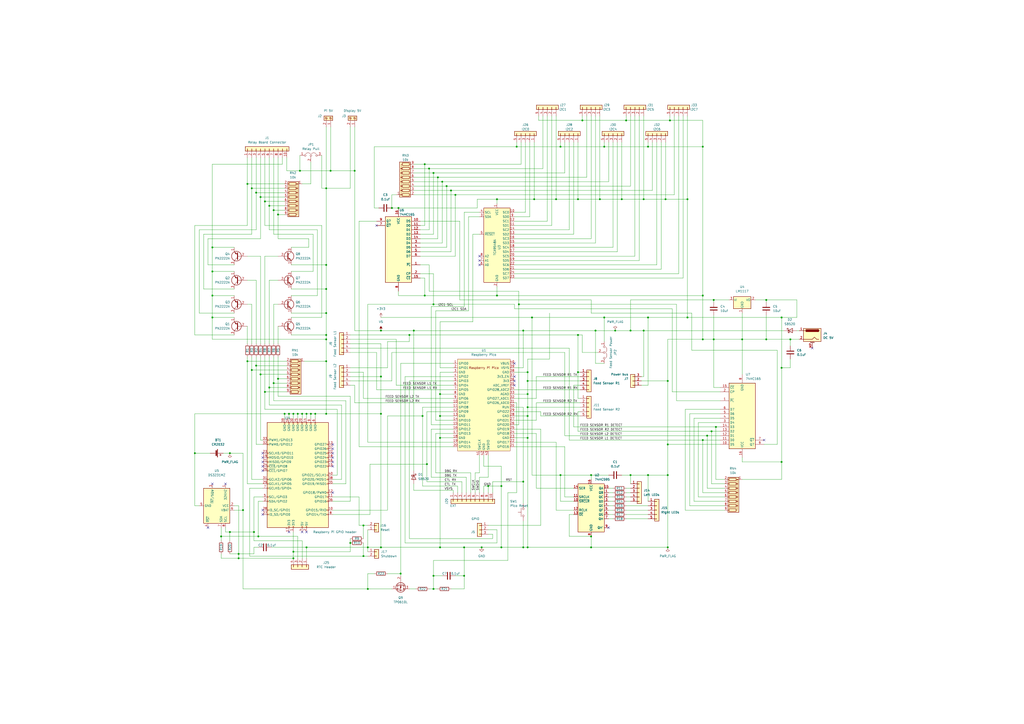
<source format=kicad_sch>
(kicad_sch (version 20211123) (generator eeschema)
  (paper "A2")
  (junction (at 240.03 191.77))
  (junction (at 415.29 247.65))
  (junction (at 246.38 171.45))
  (junction (at 245.11 241.3))
  (junction (at 153.67 227.33))
  (junction (at 251.46 334.01))
  (junction (at 386.08 115.57))
  (junction (at 306.07 254))
  (junction (at 255.27 317.5))
  (junction (at 156.21 119.38))
  (junction (at 175.26 240.03))
  (junction (at 430.53 196.85))
  (junction (at 205.74 99.06))
  (junction (at 146.05 214.63))
  (junction (at 156.21 224.79))
  (junction (at 387.35 257.81))
  (junction (at 458.47 196.85))
  (junction (at 158.75 121.92))
  (junction (at 138.43 323.85))
  (junction (at 177.8 317.5))
  (junction (at 151.13 114.3))
  (junction (at 306.07 228.6))
  (junction (at 251.46 176.53))
  (junction (at 375.92 85.09))
  (junction (at 149.86 311.15))
  (junction (at 387.35 317.5))
  (junction (at 180.34 240.03))
  (junction (at 453.39 184.15))
  (junction (at 189.23 181.61))
  (junction (at 407.67 85.09))
  (junction (at 256.54 105.41))
  (junction (at 227.33 120.65))
  (junction (at 373.38 191.77))
  (junction (at 128.27 311.15))
  (junction (at 375.92 184.15))
  (junction (at 308.61 184.15))
  (junction (at 251.46 341.63))
  (junction (at 453.39 267.97))
  (junction (at 299.72 85.09))
  (junction (at 306.07 241.3))
  (junction (at 365.76 275.59))
  (junction (at 237.49 194.31))
  (junction (at 182.88 240.03))
  (junction (at 138.43 321.31))
  (junction (at 407.67 255.27))
  (junction (at 255.27 228.6))
  (junction (at 342.9 275.59))
  (junction (at 342.9 311.15))
  (junction (at 167.64 240.03))
  (junction (at 325.12 85.09))
  (junction (at 335.28 115.57))
  (junction (at 203.2 314.96))
  (junction (at 170.18 240.03))
  (junction (at 407.67 171.45))
  (junction (at 148.59 111.76))
  (junction (at 220.98 317.5))
  (junction (at 189.23 209.55))
  (junction (at 290.83 317.5))
  (junction (at 158.75 222.25))
  (junction (at 279.4 317.5))
  (junction (at 363.22 69.85))
  (junction (at 373.38 115.57))
  (junction (at 255.27 241.3))
  (junction (at 191.77 99.06))
  (junction (at 375.92 275.59))
  (junction (at 345.44 191.77))
  (junction (at 407.67 196.85))
  (junction (at 335.28 194.31))
  (junction (at 269.24 334.01))
  (junction (at 335.28 215.9))
  (junction (at 113.03 262.89))
  (junction (at 151.13 217.17))
  (junction (at 177.8 240.03))
  (junction (at 387.35 275.59))
  (junction (at 306.07 236.22))
  (junction (at 161.29 124.46))
  (junction (at 303.53 191.77))
  (junction (at 173.99 99.06))
  (junction (at 220.98 191.77))
  (junction (at 172.72 240.03))
  (junction (at 189.23 240.03))
  (junction (at 140.97 295.91))
  (junction (at 342.9 317.5))
  (junction (at 213.36 341.63))
  (junction (at 210.82 322.58))
  (junction (at 350.52 85.09))
  (junction (at 220.98 218.44))
  (junction (at 309.88 115.57))
  (junction (at 410.21 252.73))
  (junction (at 148.59 212.09))
  (junction (at 322.58 115.57))
  (junction (at 170.18 320.04))
  (junction (at 248.92 97.79))
  (junction (at 161.29 219.71))
  (junction (at 444.5 173.99))
  (junction (at 290.83 281.94))
  (junction (at 283.21 281.94))
  (junction (at 133.35 308.61))
  (junction (at 146.05 109.22))
  (junction (at 189.23 194.31))
  (junction (at 133.35 262.89))
  (junction (at 444.5 196.85))
  (junction (at 325.12 275.59))
  (junction (at 147.32 308.61))
  (junction (at 337.82 69.85))
  (junction (at 143.51 209.55))
  (junction (at 123.19 184.15))
  (junction (at 246.38 95.25))
  (junction (at 288.29 171.45))
  (junction (at 300.99 176.53))
  (junction (at 210.82 304.8))
  (junction (at 220.98 240.03))
  (junction (at 365.76 191.77))
  (junction (at 387.35 220.98))
  (junction (at 350.52 184.15))
  (junction (at 453.39 213.36))
  (junction (at 414.02 196.85))
  (junction (at 306.07 220.98))
  (junction (at 398.78 115.57))
  (junction (at 398.78 184.15))
  (junction (at 123.19 171.45))
  (junction (at 251.46 100.33))
  (junction (at 303.53 317.5))
  (junction (at 247.65 269.24))
  (junction (at 269.24 317.5))
  (junction (at 264.16 113.03))
  (junction (at 170.18 323.85))
  (junction (at 303.53 279.4))
  (junction (at 189.23 109.22))
  (junction (at 360.68 115.57))
  (junction (at 123.19 143.51))
  (junction (at 189.23 167.64))
  (junction (at 189.23 196.85))
  (junction (at 412.75 250.19))
  (junction (at 189.23 153.67))
  (junction (at 123.19 157.48))
  (junction (at 232.41 332.74))
  (junction (at 254 102.87))
  (junction (at 165.1 240.03))
  (junction (at 261.62 110.49))
  (junction (at 143.51 106.68))
  (junction (at 414.02 173.99))
  (junction (at 153.67 116.84))
  (junction (at 213.36 317.5))
  (junction (at 288.29 115.57))
  (junction (at 306.07 215.9))
  (junction (at 388.62 69.85))
  (junction (at 231.14 120.65))
  (junction (at 259.08 107.95))
  (junction (at 347.98 115.57))
  (junction (at 306.07 317.5))
  (junction (at 255.27 254))
  (junction (at 356.87 191.77))
  (no_connect (at 443.23 255.27))
  (no_connect (at 152.4 270.51))
  (no_connect (at 193.04 285.75))
  (no_connect (at 152.4 262.89))
  (no_connect (at 177.8 308.61))
  (no_connect (at 471.17 201.93))
  (no_connect (at 152.4 265.43))
  (no_connect (at 278.13 153.67))
  (no_connect (at 278.13 148.59))
  (no_connect (at 278.13 151.13))
  (no_connect (at 152.4 295.91))
  (no_connect (at 152.4 298.45))
  (no_connect (at 298.45 220.98))
  (no_connect (at 120.65 306.07))
  (no_connect (at 130.81 280.67))
  (no_connect (at 123.19 280.67))
  (no_connect (at 193.04 257.81))
  (no_connect (at 193.04 270.51))
  (no_connect (at 193.04 267.97))
  (no_connect (at 193.04 265.43))
  (no_connect (at 193.04 260.35))
  (no_connect (at 193.04 262.89))
  (no_connect (at 152.4 267.97))
  (no_connect (at 167.64 308.61))
  (no_connect (at 218.44 130.81))
  (no_connect (at 298.45 223.52))
  (no_connect (at 298.45 218.44))
  (no_connect (at 298.45 210.82))
  (no_connect (at 175.26 308.61))
  (no_connect (at 152.4 273.05))
  (no_connect (at 353.06 306.07))
  (wire (pts (xy 133.35 262.89) (xy 140.97 262.89)))
  (wire (pts (xy 327.66 252.73) (xy 410.21 252.73)))
  (wire (pts (xy 251.46 334.01) (xy 251.46 341.63)))
  (wire (pts (xy 255.27 215.9) (xy 262.89 215.9)))
  (wire (pts (xy 306.07 220.98) (xy 306.07 228.6)))
  (wire (pts (xy 203.2 314.96) (xy 203.2 312.42)))
  (wire (pts (xy 203.2 215.9) (xy 210.82 215.9)))
  (wire (pts (xy 146.05 214.63) (xy 146.05 278.13)))
  (wire (pts (xy 189.23 240.03) (xy 182.88 240.03)))
  (wire (pts (xy 240.03 113.03) (xy 264.16 113.03)))
  (wire (pts (xy 193.04 295.91) (xy 224.79 295.91)))
  (wire (pts (xy 298.45 259.08) (xy 327.66 259.08)))
  (wire (pts (xy 259.08 107.95) (xy 365.76 107.95)))
  (wire (pts (xy 327.66 259.08) (xy 327.66 288.29)))
  (wire (pts (xy 210.82 322.58) (xy 213.36 322.58)))
  (wire (pts (xy 113.03 130.81) (xy 143.51 130.81)))
  (wire (pts (xy 247.65 238.76) (xy 247.65 269.24)))
  (wire (pts (xy 327.66 204.47) (xy 327.66 252.73)))
  (wire (pts (xy 342.9 275.59) (xy 342.9 278.13)))
  (wire (pts (xy 175.26 240.03) (xy 177.8 240.03)))
  (wire (pts (xy 218.44 204.47) (xy 218.44 226.06)))
  (wire (pts (xy 402.59 242.57) (xy 402.59 290.83)))
  (wire (pts (xy 237.49 194.31) (xy 237.49 198.12)))
  (wire (pts (xy 303.53 213.36) (xy 303.53 191.77)))
  (wire (pts (xy 149.86 290.83) (xy 149.86 311.15)))
  (wire (pts (xy 208.28 304.8) (xy 210.82 304.8)))
  (wire (pts (xy 115.57 181.61) (xy 115.57 133.35)))
  (wire (pts (xy 375.92 275.59) (xy 387.35 275.59)))
  (wire (pts (xy 412.75 250.19) (xy 412.75 280.67)))
  (wire (pts (xy 327.66 100.33) (xy 327.66 82.55)))
  (wire (pts (xy 294.64 285.75) (xy 294.64 325.12)))
  (wire (pts (xy 151.13 114.3) (xy 151.13 138.43)))
  (wire (pts (xy 337.82 69.85) (xy 312.42 69.85)))
  (wire (pts (xy 350.52 184.15) (xy 350.52 198.12)))
  (wire (pts (xy 251.46 334.01) (xy 256.54 334.01)))
  (wire (pts (xy 123.19 196.85) (xy 189.23 196.85)))
  (wire (pts (xy 133.35 308.61) (xy 133.35 313.69)))
  (wire (pts (xy 298.45 146.05) (xy 358.14 146.05)))
  (wire (pts (xy 400.05 293.37) (xy 400.05 240.03)))
  (wire (pts (xy 156.21 119.38) (xy 165.1 119.38)))
  (wire (pts (xy 143.51 106.68) (xy 143.51 130.81)))
  (wire (pts (xy 363.22 298.45) (xy 375.92 298.45)))
  (wire (pts (xy 275.59 274.32) (xy 278.13 274.32)))
  (wire (pts (xy 246.38 171.45) (xy 288.29 171.45)))
  (wire (pts (xy 156.21 133.35) (xy 184.15 133.35)))
  (wire (pts (xy 172.72 311.15) (xy 149.86 311.15)))
  (wire (pts (xy 381 153.67) (xy 381 82.55)))
  (wire (pts (xy 255.27 241.3) (xy 262.89 241.3)))
  (wire (pts (xy 363.22 290.83) (xy 365.76 290.83)))
  (wire (pts (xy 208.28 128.27) (xy 208.28 259.08)))
  (wire (pts (xy 193.04 275.59) (xy 195.58 275.59)))
  (wire (pts (xy 342.9 138.43) (xy 342.9 67.31)))
  (wire (pts (xy 220.98 199.39) (xy 220.98 218.44)))
  (wire (pts (xy 198.12 234.95) (xy 156.21 234.95)))
  (wire (pts (xy 298.45 151.13) (xy 370.84 151.13)))
  (wire (pts (xy 283.21 276.86) (xy 283.21 264.16)))
  (wire (pts (xy 148.59 111.76) (xy 165.1 111.76)))
  (wire (pts (xy 335.28 215.9) (xy 336.55 215.9)))
  (wire (pts (xy 189.23 240.03) (xy 220.98 240.03)))
  (wire (pts (xy 128.27 311.15) (xy 128.27 306.07)))
  (wire (pts (xy 151.13 207.01) (xy 151.13 217.17)))
  (wire (pts (xy 430.53 196.85) (xy 430.53 217.17)))
  (wire (pts (xy 255.27 228.6) (xy 255.27 241.3)))
  (wire (pts (xy 153.67 116.84) (xy 153.67 130.81)))
  (wire (pts (xy 146.05 176.53) (xy 146.05 199.39)))
  (wire (pts (xy 262.89 226.06) (xy 218.44 226.06)))
  (wire (pts (xy 152.4 288.29) (xy 147.32 288.29)))
  (wire (pts (xy 243.84 143.51) (xy 259.08 143.51)))
  (wire (pts (xy 205.74 191.77) (xy 220.98 191.77)))
  (wire (pts (xy 298.45 228.6) (xy 306.07 228.6)))
  (wire (pts (xy 161.29 219.71) (xy 166.37 219.71)))
  (wire (pts (xy 237.49 194.31) (xy 335.28 194.31)))
  (wire (pts (xy 123.19 95.25) (xy 123.19 143.51)))
  (wire (pts (xy 342.9 173.99) (xy 342.9 181.61)))
  (wire (pts (xy 256.54 105.41) (xy 353.06 105.41)))
  (wire (pts (xy 170.18 320.04) (xy 170.18 323.85)))
  (wire (pts (xy 248.92 341.63) (xy 251.46 341.63)))
  (wire (pts (xy 140.97 341.63) (xy 213.36 341.63)))
  (wire (pts (xy 133.35 321.31) (xy 138.43 321.31)))
  (wire (pts (xy 397.51 237.49) (xy 397.51 295.91)))
  (wire (pts (xy 337.82 194.31) (xy 335.28 194.31)))
  (wire (pts (xy 210.82 312.42) (xy 210.82 304.8)))
  (wire (pts (xy 213.36 332.74) (xy 213.36 341.63)))
  (wire (pts (xy 311.15 251.46) (xy 311.15 283.21)))
  (wire (pts (xy 335.28 215.9) (xy 335.28 231.14)))
  (wire (pts (xy 262.89 218.44) (xy 234.95 218.44)))
  (wire (pts (xy 214.63 269.24) (xy 247.65 269.24)))
  (wire (pts (xy 128.27 323.85) (xy 138.43 323.85)))
  (wire (pts (xy 313.69 241.3) (xy 336.55 241.3)))
  (wire (pts (xy 303.53 302.26) (xy 303.53 317.5)))
  (wire (pts (xy 151.13 114.3) (xy 165.1 114.3)))
  (wire (pts (xy 152.4 290.83) (xy 149.86 290.83)))
  (wire (pts (xy 240.03 97.79) (xy 248.92 97.79)))
  (wire (pts (xy 407.67 255.27) (xy 417.83 255.27)))
  (wire (pts (xy 363.22 69.85) (xy 337.82 69.85)))
  (wire (pts (xy 237.49 220.98) (xy 237.49 312.42)))
  (wire (pts (xy 250.19 177.8) (xy 269.24 177.8)))
  (wire (pts (xy 213.36 176.53) (xy 213.36 256.54)))
  (wire (pts (xy 458.47 213.36) (xy 453.39 213.36)))
  (wire (pts (xy 342.9 311.15) (xy 342.9 317.5)))
  (wire (pts (xy 322.58 256.54) (xy 322.58 295.91)))
  (wire (pts (xy 152.4 280.67) (xy 143.51 280.67)))
  (wire (pts (xy 189.23 109.22) (xy 203.2 109.22)))
  (wire (pts (xy 322.58 67.31) (xy 322.58 115.57)))
  (wire (pts (xy 274.32 186.69) (xy 274.32 135.89)))
  (wire (pts (xy 283.21 304.8) (xy 313.69 304.8)))
  (wire (pts (xy 173.99 99.06) (xy 191.77 99.06)))
  (wire (pts (xy 335.28 115.57) (xy 322.58 115.57)))
  (wire (pts (xy 264.16 113.03) (xy 391.16 113.03)))
  (wire (pts (xy 363.22 295.91) (xy 375.92 295.91)))
  (wire (pts (xy 356.87 191.77) (xy 365.76 191.77)))
  (wire (pts (xy 365.76 107.95) (xy 365.76 67.31)))
  (wire (pts (xy 143.51 106.68) (xy 165.1 106.68)))
  (wire (pts (xy 422.91 173.99) (xy 414.02 173.99)))
  (wire (pts (xy 193.04 288.29) (xy 208.28 288.29)))
  (wire (pts (xy 220.98 240.03) (xy 220.98 317.5)))
  (wire (pts (xy 243.84 158.75) (xy 251.46 158.75)))
  (wire (pts (xy 318.77 208.28) (xy 318.77 181.61)))
  (wire (pts (xy 335.28 238.76) (xy 335.28 250.19)))
  (wire (pts (xy 220.98 191.77) (xy 240.03 191.77)))
  (wire (pts (xy 213.36 176.53) (xy 251.46 176.53)))
  (wire (pts (xy 231.14 171.45) (xy 246.38 171.45)))
  (wire (pts (xy 270.51 276.86) (xy 270.51 285.75)))
  (wire (pts (xy 231.14 120.65) (xy 276.86 120.65)))
  (wire (pts (xy 234.95 218.44) (xy 234.95 314.96)))
  (wire (pts (xy 288.29 307.34) (xy 283.21 307.34)))
  (wire (pts (xy 243.84 148.59) (xy 264.16 148.59)))
  (wire (pts (xy 157.48 317.5) (xy 177.8 317.5)))
  (wire (pts (xy 453.39 184.15) (xy 462.28 184.15)))
  (wire (pts (xy 311.15 233.68) (xy 311.15 243.84)))
  (wire (pts (xy 370.84 151.13) (xy 370.84 67.31)))
  (wire (pts (xy 298.45 246.38) (xy 300.99 246.38)))
  (wire (pts (xy 172.72 240.03) (xy 175.26 240.03)))
  (wire (pts (xy 273.05 274.32) (xy 273.05 285.75)))
  (wire (pts (xy 444.5 196.85) (xy 458.47 196.85)))
  (wire (pts (xy 220.98 218.44) (xy 220.98 240.03)))
  (wire (pts (xy 325.12 290.83) (xy 325.12 275.59)))
  (wire (pts (xy 322.58 115.57) (xy 309.88 115.57)))
  (wire (pts (xy 203.2 204.47) (xy 218.44 204.47)))
  (wire (pts (xy 306.07 236.22) (xy 336.55 236.22)))
  (wire (pts (xy 161.29 138.43) (xy 179.07 138.43)))
  (wire (pts (xy 147.32 288.29) (xy 147.32 308.61)))
  (wire (pts (xy 298.45 128.27) (xy 317.5 128.27)))
  (wire (pts (xy 353.06 105.41) (xy 353.06 82.55)))
  (wire (pts (xy 210.82 322.58) (xy 144.78 322.58)))
  (wire (pts (xy 153.67 207.01) (xy 153.67 227.33)))
  (wire (pts (xy 322.58 295.91) (xy 332.74 295.91)))
  (wire (pts (xy 251.46 325.12) (xy 251.46 334.01)))
  (wire (pts (xy 152.4 278.13) (xy 146.05 278.13)))
  (wire (pts (xy 123.19 184.15) (xy 123.19 196.85)))
  (wire (pts (xy 243.84 161.29) (xy 246.38 161.29)))
  (wire (pts (xy 278.13 285.75) (xy 278.13 276.86)))
  (wire (pts (xy 298.45 241.3) (xy 306.07 241.3)))
  (wire (pts (xy 375.92 223.52) (xy 372.11 223.52)))
  (wire (pts (xy 332.74 135.89) (xy 332.74 82.55)))
  (wire (pts (xy 210.82 304.8) (xy 213.36 304.8)))
  (wire (pts (xy 168.91 184.15) (xy 186.69 184.15)))
  (wire (pts (xy 306.07 254) (xy 306.07 317.5)))
  (wire (pts (xy 123.19 143.51) (xy 123.19 157.48)))
  (wire (pts (xy 123.19 143.51) (xy 135.89 143.51)))
  (wire (pts (xy 243.84 135.89) (xy 251.46 135.89)))
  (wire (pts (xy 203.2 320.04) (xy 203.2 314.96)))
  (wire (pts (xy 388.62 69.85) (xy 363.22 69.85)))
  (wire (pts (xy 168.91 194.31) (xy 189.23 194.31)))
  (wire (pts (xy 210.82 314.96) (xy 210.82 322.58)))
  (wire (pts (xy 375.92 184.15) (xy 398.78 184.15)))
  (wire (pts (xy 205.74 99.06) (xy 205.74 191.77)))
  (wire (pts (xy 375.92 82.55) (xy 375.92 85.09)))
  (wire (pts (xy 135.89 293.37) (xy 138.43 293.37)))
  (wire (pts (xy 299.72 85.09) (xy 325.12 85.09)))
  (wire (pts (xy 314.96 97.79) (xy 314.96 67.31)))
  (wire (pts (xy 332.74 223.52) (xy 332.74 247.65)))
  (wire (pts (xy 298.45 236.22) (xy 303.53 236.22)))
  (wire (pts (xy 191.77 73.66) (xy 191.77 99.06)))
  (wire (pts (xy 299.72 82.55) (xy 299.72 85.09)))
  (wire (pts (xy 358.14 146.05) (xy 358.14 82.55)))
  (wire (pts (xy 248.92 97.79) (xy 314.96 97.79)))
  (wire (pts (xy 251.46 158.75) (xy 251.46 176.53)))
  (wire (pts (xy 387.35 257.81) (xy 387.35 275.59)))
  (wire (pts (xy 203.2 290.83) (xy 203.2 229.87)))
  (wire (pts (xy 189.23 73.66) (xy 189.23 109.22)))
  (wire (pts (xy 285.75 279.4) (xy 303.53 279.4)))
  (wire (pts (xy 158.75 135.89) (xy 181.61 135.89)))
  (wire (pts (xy 412.75 250.19) (xy 417.83 250.19)))
  (wire (pts (xy 347.98 67.31) (xy 347.98 115.57)))
  (wire (pts (xy 143.51 91.44) (xy 143.51 106.68)))
  (wire (pts (xy 147.32 313.69) (xy 175.26 313.69)))
  (wire (pts (xy 153.67 130.81) (xy 186.69 130.81)))
  (wire (pts (xy 193.04 280.67) (xy 200.66 280.67)))
  (wire (pts (xy 208.28 288.29) (xy 208.28 304.8)))
  (wire (pts (xy 313.69 304.8) (xy 313.69 248.92)))
  (wire (pts (xy 276.86 115.57) (xy 288.29 115.57)))
  (wire (pts (xy 266.7 128.27) (xy 266.7 173.99)))
  (wire (pts (xy 288.29 171.45) (xy 407.67 171.45)))
  (wire (pts (xy 306.07 215.9) (xy 306.07 220.98)))
  (wire (pts (xy 280.67 281.94) (xy 280.67 285.75)))
  (wire (pts (xy 175.26 240.03) (xy 175.26 242.57)))
  (wire (pts (xy 240.03 95.25) (xy 246.38 95.25)))
  (wire (pts (xy 300.99 168.91) (xy 300.99 176.53)))
  (wire (pts (xy 149.86 317.5) (xy 147.32 317.5)))
  (wire (pts (xy 278.13 264.16) (xy 278.13 274.32)))
  (wire (pts (xy 146.05 214.63) (xy 166.37 214.63)))
  (wire (pts (xy 269.24 334.01) (xy 269.24 341.63)))
  (wire (pts (xy 269.24 123.19) (xy 278.13 123.19)))
  (wire (pts (xy 156.21 224.79) (xy 156.21 234.95)))
  (wire (pts (xy 251.46 100.33) (xy 251.46 135.89)))
  (wire (pts (xy 350.52 85.09) (xy 375.92 85.09)))
  (wire (pts (xy 251.46 100.33) (xy 327.66 100.33)))
  (wire (pts (xy 146.05 207.01) (xy 146.05 214.63)))
  (wire (pts (xy 143.51 209.55) (xy 143.51 280.67)))
  (wire (pts (xy 255.27 254) (xy 255.27 317.5)))
  (wire (pts (xy 300.99 176.53) (xy 300.99 246.38)))
  (wire (pts (xy 298.45 135.89) (xy 332.74 135.89)))
  (wire (pts (xy 231.14 168.91) (xy 231.14 171.45)))
  (wire (pts (xy 450.85 203.2) (xy 450.85 257.81)))
  (wire (pts (xy 430.53 181.61) (xy 430.53 196.85)))
  (wire (pts (xy 252.73 180.34) (xy 252.73 243.84)))
  (wire (pts (xy 303.53 191.77) (xy 345.44 191.77)))
  (wire (pts (xy 438.15 173.99) (xy 444.5 173.99)))
  (wire (pts (xy 254 102.87) (xy 340.36 102.87)))
  (wire (pts (xy 298.45 140.97) (xy 345.44 140.97)))
  (wire (pts (xy 271.78 125.73) (xy 271.78 180.34)))
  (wire (pts (xy 306.07 236.22) (xy 306.07 241.3)))
  (wire (pts (xy 280.67 270.51) (xy 280.67 264.16)))
  (wire (pts (xy 251.46 325.12) (xy 294.64 325.12)))
  (wire (pts (xy 213.36 256.54) (xy 262.89 256.54)))
  (wire (pts (xy 130.81 308.61) (xy 133.35 308.61)))
  (wire (pts (xy 180.34 240.03) (xy 180.34 242.57)))
  (wire (pts (xy 267.97 279.4) (xy 267.97 285.75)))
  (wire (pts (xy 246.38 130.81) (xy 246.38 95.25)))
  (wire (pts (xy 177.8 317.5) (xy 213.36 317.5)))
  (wire (pts (xy 372.11 220.98) (xy 387.35 220.98)))
  (wire (pts (xy 398.78 115.57) (xy 386.08 115.57)))
  (wire (pts (xy 306.07 208.28) (xy 318.77 208.28)))
  (wire (pts (xy 330.2 298.45) (xy 330.2 311.15)))
  (wire (pts (xy 148.59 111.76) (xy 148.59 133.35)))
  (wire (pts (xy 298.45 158.75) (xy 393.7 158.75)))
  (wire (pts (xy 227.33 113.03) (xy 227.33 120.65)))
  (wire (pts (xy 243.84 133.35) (xy 248.92 133.35)))
  (wire (pts (xy 311.15 283.21) (xy 332.74 283.21)))
  (wire (pts (xy 255.27 215.9) (xy 255.27 228.6)))
  (wire (pts (xy 229.87 196.85) (xy 229.87 223.52)))
  (wire (pts (xy 205.74 73.66) (xy 205.74 99.06)))
  (wire (pts (xy 311.15 218.44) (xy 311.15 231.14)))
  (wire (pts (xy 170.18 240.03) (xy 172.72 240.03)))
  (wire (pts (xy 205.74 223.52) (xy 203.2 223.52)))
  (wire (pts (xy 407.67 255.27) (xy 407.67 285.75)))
  (wire (pts (xy 365.76 275.59) (xy 375.92 275.59)))
  (wire (pts (xy 363.22 300.99) (xy 375.92 300.99)))
  (wire (pts (xy 113.03 240.03) (xy 165.1 240.03)))
  (wire (pts (xy 342.9 275.59) (xy 353.06 275.59)))
  (wire (pts (xy 189.23 153.67) (xy 189.23 167.64)))
  (wire (pts (xy 252.73 180.34) (xy 271.78 180.34)))
  (wire (pts (xy 252.73 274.32) (xy 273.05 274.32)))
  (wire (pts (xy 312.42 69.85) (xy 312.42 67.31)))
  (wire (pts (xy 146.05 109.22) (xy 146.05 135.89)))
  (wire (pts (xy 458.47 196.85) (xy 463.55 196.85)))
  (wire (pts (xy 302.26 95.25) (xy 302.26 82.55)))
  (wire (pts (xy 430.53 278.13) (xy 453.39 278.13)))
  (wire (pts (xy 195.58 275.59) (xy 195.58 237.49)))
  (wire (pts (xy 269.24 317.5) (xy 269.24 334.01)))
  (wire (pts (xy 146.05 91.44) (xy 146.05 109.22)))
  (wire (pts (xy 217.17 332.74) (xy 213.36 332.74)))
  (wire (pts (xy 163.83 91.44) (xy 163.83 95.25)))
  (wire (pts (xy 386.08 115.57) (xy 373.38 115.57)))
  (wire (pts (xy 430.53 265.43) (xy 430.53 267.97)))
  (wire (pts (xy 430.53 267.97) (xy 453.39 267.97)))
  (wire (pts (xy 298.45 226.06) (xy 336.55 226.06)))
  (wire (pts (xy 298.45 133.35) (xy 330.2 133.35)))
  (wire (pts (xy 298.45 254) (xy 306.07 254)))
  (wire (pts (xy 123.19 184.15) (xy 135.89 184.15)))
  (wire (pts (xy 158.75 176.53) (xy 158.75 199.39)))
  (wire (pts (xy 177.8 317.5) (xy 177.8 323.85)))
  (wire (pts (xy 278.13 276.86) (xy 283.21 276.86)))
  (wire (pts (xy 458.47 196.85) (xy 458.47 200.66)))
  (wire (pts (xy 373.38 191.77) (xy 454.66 191.77)))
  (wire (pts (xy 213.36 317.5) (xy 213.36 320.04)))
  (wire (pts (xy 407.67 69.85) (xy 407.67 85.09)))
  (wire (pts (xy 303.53 236.22) (xy 303.53 279.4)))
  (wire (pts (xy 115.57 181.61) (xy 135.89 181.61)))
  (wire (pts (xy 240.03 107.95) (xy 259.08 107.95)))
  (wire (pts (xy 140.97 295.91) (xy 135.89 295.91)))
  (wire (pts (xy 245.11 241.3) (xy 245.11 281.94)))
  (wire (pts (xy 172.72 240.03) (xy 172.72 242.57)))
  (wire (pts (xy 254 102.87) (xy 254 138.43)))
  (wire (pts (xy 224.79 213.36) (xy 224.79 198.12)))
  (wire (pts (xy 410.21 252.73) (xy 410.21 283.21)))
  (wire (pts (xy 144.78 283.21) (xy 152.4 283.21)))
  (wire (pts (xy 251.46 176.53) (xy 298.45 176.53)))
  (wire (pts (xy 189.23 109.22) (xy 189.23 153.67)))
  (wire (pts (xy 147.32 308.61) (xy 147.32 313.69)))
  (wire (pts (xy 261.62 110.49) (xy 378.46 110.49)))
  (wire (pts (xy 444.5 173.99) (xy 462.28 173.99)))
  (wire (pts (xy 240.03 105.41) (xy 256.54 105.41)))
  (wire (pts (xy 262.89 210.82) (xy 232.41 210.82)))
  (wire (pts (xy 243.84 153.67) (xy 248.92 153.67)))
  (wire (pts (xy 458.47 208.28) (xy 458.47 213.36)))
  (wire (pts (xy 298.45 215.9) (xy 306.07 215.9)))
  (wire (pts (xy 146.05 109.22) (xy 165.1 109.22)))
  (wire (pts (xy 402.59 290.83) (xy 420.37 290.83)))
  (wire (pts (xy 118.11 135.89) (xy 146.05 135.89)))
  (wire (pts (xy 255.27 254) (xy 262.89 254)))
  (wire (pts (xy 363.22 293.37) (xy 375.92 293.37)))
  (wire (pts (xy 161.29 219.71) (xy 161.29 229.87)))
  (wire (pts (xy 224.79 241.3) (xy 224.79 295.91)))
  (wire (pts (xy 243.84 138.43) (xy 254 138.43)))
  (wire (pts (xy 398.78 115.57) (xy 398.78 184.15)))
  (wire (pts (xy 262.89 284.48) (xy 262.89 285.75)))
  (wire (pts (xy 250.19 248.92) (xy 262.89 248.92)))
  (wire (pts (xy 405.13 288.29) (xy 420.37 288.29)))
  (wire (pts (xy 227.33 204.47) (xy 227.33 220.98)))
  (wire (pts (xy 158.75 91.44) (xy 158.75 121.92)))
  (wire (pts (xy 120.65 153.67) (xy 120.65 138.43)))
  (wire (pts (xy 350.52 210.82) (xy 345.44 210.82)))
  (wire (pts (xy 245.11 236.22) (xy 245.11 241.3)))
  (wire (pts (xy 375.92 184.15) (xy 375.92 223.52)))
  (wire (pts (xy 267.97 279.4) (xy 247.65 279.4)))
  (wire (pts (xy 444.5 173.99) (xy 444.5 175.26)))
  (wire (pts (xy 224.79 198.12) (xy 237.49 198.12)))
  (wire (pts (xy 168.91 143.51) (xy 179.07 143.51)))
  (wire (pts (xy 365.76 173.99) (xy 365.76 191.77)))
  (wire (pts (xy 166.37 99.06) (xy 173.99 99.06)))
  (wire (pts (xy 299.72 285.75) (xy 294.64 285.75)))
  (wire (pts (xy 303.53 317.5) (xy 306.07 317.5)))
  (wire (pts (xy 168.91 157.48) (xy 181.61 157.48)))
  (wire (pts (xy 325.12 85.09) (xy 350.52 85.09)))
  (wire (pts (xy 387.35 196.85) (xy 407.67 196.85)))
  (wire (pts (xy 256.54 105.41) (xy 256.54 140.97)))
  (wire (pts (xy 298.45 176.53) (xy 298.45 179.07)))
  (wire (pts (xy 414.02 196.85) (xy 414.02 224.79)))
  (wire (pts (xy 203.2 73.66) (xy 203.2 109.22)))
  (wire (pts (xy 313.69 238.76) (xy 313.69 241.3)))
  (wire (pts (xy 243.84 128.27) (xy 266.7 128.27)))
  (wire (pts (xy 168.91 171.45) (xy 184.15 171.45)))
  (wire (pts (xy 252.73 274.32) (xy 252.73 251.46)))
  (wire (pts (xy 365.76 275.59) (xy 365.76 280.67)))
  (wire (pts (xy 153.67 148.59) (xy 153.67 199.39)))
  (wire (pts (xy 353.06 295.91) (xy 355.6 295.91)))
  (wire (pts (xy 189.23 196.85) (xy 189.23 209.55)))
  (wire (pts (xy 262.89 213.36) (xy 255.27 213.36)))
  (wire (pts (xy 177.8 240.03) (xy 180.34 240.03)))
  (wire (pts (xy 158.75 207.01) (xy 158.75 222.25)))
  (wire (pts (xy 203.2 229.87) (xy 161.29 229.87)))
  (wire (pts (xy 158.75 222.25) (xy 166.37 222.25)))
  (wire (pts (xy 353.06 290.83) (xy 355.6 290.83)))
  (wire (pts (xy 113.03 293.37) (xy 115.57 293.37)))
  (wire (pts (xy 443.23 257.81) (xy 450.85 257.81)))
  (wire (pts (xy 387.35 196.85) (xy 387.35 220.98)))
  (wire (pts (xy 151.13 91.44) (xy 151.13 114.3)))
  (wire (pts (xy 113.03 262.89) (xy 113.03 240.03)))
  (wire (pts (xy 363.22 67.31) (xy 363.22 69.85)))
  (wire (pts (xy 138.43 323.85) (xy 138.43 321.31)))
  (wire (pts (xy 170.18 308.61) (xy 170.18 320.04)))
  (wire (pts (xy 153.67 91.44) (xy 153.67 116.84)))
  (wire (pts (xy 208.28 259.08) (xy 262.89 259.08)))
  (wire (pts (xy 335.28 231.14) (xy 336.55 231.14)))
  (wire (pts (xy 306.07 220.98) (xy 336.55 220.98)))
  (wire (pts (xy 373.38 115.57) (xy 360.68 115.57)))
  (wire (pts (xy 298.45 123.19) (xy 304.8 123.19)))
  (wire (pts (xy 120.65 138.43) (xy 151.13 138.43)))
  (wire (pts (xy 288.29 115.57) (xy 288.29 118.11)))
  (wire (pts (xy 250.19 276.86) (xy 250.19 248.92)))
  (wire (pts (xy 195.58 237.49) (xy 153.67 237.49)))
  (wire (pts (xy 335.28 194.31) (xy 335.28 215.9)))
  (wire (pts (xy 255.27 186.69) (xy 255.27 213.36)))
  (wire (pts (xy 176.53 209.55) (xy 189.23 209.55)))
  (wire (pts (xy 179.07 138.43) (xy 179.07 143.51)))
  (wire (pts (xy 203.2 201.93) (xy 330.2 201.93)))
  (wire (pts (xy 203.2 196.85) (xy 229.87 196.85)))
  (wire (pts (xy 283.21 281.94) (xy 290.83 281.94)))
  (wire (pts (xy 298.45 148.59) (xy 368.3 148.59)))
  (wire (pts (xy 262.89 233.68) (xy 205.74 233.68)))
  (wire (pts (xy 148.59 212.09) (xy 166.37 212.09)))
  (wire (pts (xy 353.06 298.45) (xy 355.6 298.45)))
  (wire (pts (xy 308.61 275.59) (xy 325.12 275.59)))
  (wire (pts (xy 298.45 213.36) (xy 303.53 213.36)))
  (wire (pts (xy 304.8 123.19) (xy 304.8 82.55)))
  (wire (pts (xy 189.23 209.55) (xy 189.23 240.03)))
  (wire (pts (xy 430.53 196.85) (xy 444.5 196.85)))
  (wire (pts (xy 224.79 332.74) (xy 232.41 332.74)))
  (wire (pts (xy 138.43 323.85) (xy 170.18 323.85)))
  (wire (pts (xy 368.3 148.59) (xy 368.3 67.31)))
  (wire (pts (xy 420.37 280.67) (xy 412.75 280.67)))
  (wire (pts (xy 410.21 252.73) (xy 417.83 252.73)))
  (wire (pts (xy 290.83 317.5) (xy 303.53 317.5)))
  (wire (pts (xy 353.06 283.21) (xy 355.6 283.21)))
  (wire (pts (xy 332.74 223.52) (xy 336.55 223.52)))
  (wire (pts (xy 342.9 181.61) (xy 401.32 181.61)))
  (wire (pts (xy 123.19 171.45) (xy 135.89 171.45)))
  (wire (pts (xy 237.49 312.42) (xy 285.75 312.42)))
  (wire (pts (xy 298.45 130.81) (xy 320.04 130.81)))
  (wire (pts (xy 298.45 143.51) (xy 355.6 143.51)))
  (wire (pts (xy 143.51 189.23) (xy 143.51 199.39)))
  (wire (pts (xy 397.51 295.91) (xy 420.37 295.91)))
  (wire (pts (xy 255.27 241.3) (xy 255.27 254)))
  (wire (pts (xy 453.39 184.15) (xy 453.39 213.36)))
  (wire (pts (xy 248.92 168.91) (xy 300.99 168.91)))
  (wire (pts (xy 227.33 204.47) (xy 327.66 204.47)))
  (wire (pts (xy 264.16 334.01) (xy 269.24 334.01)))
  (wire (pts (xy 417.83 245.11) (xy 405.13 245.11)))
  (wire (pts (xy 217.17 120.65) (xy 217.17 85.09)))
  (wire (pts (xy 350.52 82.55) (xy 350.52 85.09)))
  (wire (pts (xy 138.43 293.37) (xy 138.43 321.31)))
  (wire (pts (xy 262.89 284.48) (xy 240.03 284.48)))
  (wire (pts (xy 330.2 255.27) (xy 407.67 255.27)))
  (wire (pts (xy 240.03 102.87) (xy 254 102.87)))
  (wire (pts (xy 300.99 176.53) (xy 392.43 176.53)))
  (wire (pts (xy 143.51 162.56) (xy 148.59 162.56)))
  (wire (pts (xy 203.2 199.39) (xy 220.98 199.39)))
  (wire (pts (xy 415.29 247.65) (xy 417.83 247.65)))
  (wire (pts (xy 180.34 106.68) (xy 180.34 93.98)))
  (wire (pts (xy 401.32 181.61) (xy 401.32 203.2)))
  (wire (pts (xy 332.74 247.65) (xy 415.29 247.65)))
  (wire (pts (xy 144.78 322.58) (xy 144.78 283.21)))
  (wire (pts (xy 266.7 173.99) (xy 342.9 173.99)))
  (wire (pts (xy 123.19 157.48) (xy 123.19 171.45)))
  (wire (pts (xy 325.12 275.59) (xy 342.9 275.59)))
  (wire (pts (xy 383.54 156.21) (xy 383.54 82.55)))
  (wire (pts (xy 298.45 231.14) (xy 311.15 231.14)))
  (wire (pts (xy 168.91 153.67) (xy 189.23 153.67)))
  (wire (pts (xy 251.46 341.63) (xy 254 341.63)))
  (wire (pts (xy 313.69 248.92) (xy 298.45 248.92)))
  (wire (pts (xy 208.28 128.27) (xy 218.44 128.27)))
  (wire (pts (xy 181.61 157.48) (xy 181.61 135.89)))
  (wire (pts (xy 420.37 285.75) (xy 407.67 285.75)))
  (wire (pts (xy 259.08 107.95) (xy 259.08 143.51)))
  (wire (pts (xy 224.79 241.3) (xy 245.11 241.3)))
  (wire (pts (xy 290.83 281.94) (xy 290.83 317.5)))
  (wire (pts (xy 363.22 285.75) (xy 365.76 285.75)))
  (wire (pts (xy 168.91 167.64) (xy 189.23 167.64)))
  (wire (pts (xy 298.45 156.21) (xy 383.54 156.21)))
  (wire (pts (xy 158.75 121.92) (xy 165.1 121.92)))
  (wire (pts (xy 165.1 242.57) (xy 165.1 240.03)))
  (wire (pts (xy 353.06 285.75) (xy 355.6 285.75)))
  (wire (pts (xy 210.82 215.9) (xy 210.82 231.14)))
  (wire (pts (xy 307.34 125.73) (xy 307.34 82.55)))
  (wire (pts (xy 387.35 257.81) (xy 417.83 257.81)))
  (wire (pts (xy 219.71 120.65) (xy 217.17 120.65)))
  (wire (pts (xy 342.9 317.5) (xy 306.07 317.5)))
  (wire (pts (xy 353.06 288.29) (xy 355.6 288.29)))
  (wire (pts (xy 156.21 162.56) (xy 156.21 199.39)))
  (wire (pts (xy 205.74 233.68) (xy 205.74 223.52)))
  (wire (pts (xy 365.76 191.77) (xy 373.38 191.77)))
  (wire (pts (xy 342.9 317.5) (xy 387.35 317.5)))
  (wire (pts (xy 193.04 298.45) (xy 214.63 298.45)))
  (wire (pts (xy 175.26 106.68) (xy 180.34 106.68)))
  (wire (pts (xy 240.03 100.33) (xy 251.46 100.33)))
  (wire (pts (xy 191.77 99.06) (xy 205.74 99.06)))
  (wire (pts (xy 407.67 69.85) (xy 388.62 69.85)))
  (wire (pts (xy 167.64 240.03) (xy 170.18 240.03)))
  (wire (pts (xy 407.67 196.85) (xy 414.02 196.85)))
  (wire (pts (xy 398.78 184.15) (xy 453.39 184.15)))
  (wire (pts (xy 387.35 220.98) (xy 387.35 257.81)))
  (wire (pts (xy 375.92 290.83) (xy 375.92 275.59)))
  (wire (pts (xy 229.87 113.03) (xy 227.33 113.03)))
  (wire (pts (xy 363.22 283.21) (xy 365.76 283.21)))
  (wire (pts (xy 262.89 220.98) (xy 237.49 220.98)))
  (wire (pts (xy 462.28 191.77) (xy 463.55 191.77)))
  (wire (pts (xy 270.51 276.86) (xy 250.19 276.86)))
  (wire (pts (xy 271.78 125.73) (xy 278.13 125.73)))
  (wire (pts (xy 261.62 110.49) (xy 261.62 146.05)))
  (wire (pts (xy 152.4 257.81) (xy 148.59 257.81)))
  (wire (pts (xy 391.16 113.03) (xy 391.16 67.31)))
  (wire (pts (xy 151.13 217.17) (xy 166.37 217.17)))
  (wire (pts (xy 417.83 227.33) (xy 389.89 227.33)))
  (wire (pts (xy 269.24 317.5) (xy 279.4 317.5)))
  (wire (pts (xy 386.08 82.55) (xy 386.08 115.57)))
  (wire (pts (xy 330.2 311.15) (xy 342.9 311.15)))
  (wire (pts (xy 203.2 194.31) (xy 237.49 194.31)))
  (wire (pts (xy 143.51 148.59) (xy 151.13 148.59)))
  (wire (pts (xy 158.75 222.25) (xy 158.75 232.41)))
  (wire (pts (xy 410.21 283.21) (xy 420.37 283.21)))
  (wire (pts (xy 373.38 218.44) (xy 373.38 191.77)))
  (wire (pts (xy 168.91 181.61) (xy 189.23 181.61)))
  (wire (pts (xy 247.65 269.24) (xy 247.65 279.4)))
  (wire (pts (xy 265.43 281.94) (xy 265.43 285.75)))
  (wire (pts (xy 143.51 209.55) (xy 166.37 209.55)))
  (wire (pts (xy 262.89 246.38) (xy 250.19 246.38)))
  (wire (pts (xy 335.28 82.55) (xy 335.28 115.57)))
  (wire (pts (xy 123.19 171.45) (xy 123.19 184.15)))
  (wire (pts (xy 246.38 95.25) (xy 302.26 95.25)))
  (wire (pts (xy 401.32 203.2) (xy 450.85 203.2)))
  (wire (pts (xy 245.11 236.22) (xy 262.89 236.22)))
  (wire (pts (xy 336.55 238.76) (xy 335.28 238.76)))
  (wire (pts (xy 213.36 341.63) (xy 227.33 341.63)))
  (wire (pts (xy 158.75 121.92) (xy 158.75 135.89)))
  (wire (pts (xy 138.43 321.31) (xy 147.32 321.31)))
  (wire (pts (xy 115.57 133.35) (xy 148.59 133.35)))
  (wire (pts (xy 308.61 184.15) (xy 308.61 275.59)))
  (wire (pts (xy 285.75 279.4) (xy 285.75 285.75)))
  (wire (pts (xy 340.36 102.87) (xy 340.36 67.31)))
  (wire (pts (xy 337.82 67.31) (xy 337.82 69.85)))
  (wire (pts (xy 170.18 320.04) (xy 203.2 320.04)))
  (wire (pts (xy 283.21 285.75) (xy 283.21 281.94)))
  (wire (pts (xy 298.45 138.43) (xy 342.9 138.43)))
  (wire (pts (xy 143.51 207.01) (xy 143.51 209.55)))
  (wire (pts (xy 453.39 213.36) (xy 453.39 267.97)))
  (wire (pts (xy 189.23 167.64) (xy 189.23 181.61)))
  (wire (pts (xy 167.64 240.03) (xy 167.64 242.57)))
  (wire (pts (xy 123.19 157.48) (xy 135.89 157.48)))
  (wire (pts (xy 170.18 240.03) (xy 170.18 242.57)))
  (wire (pts (xy 372.11 218.44) (xy 373.38 218.44)))
  (wire (pts (xy 306.07 215.9) (xy 306.07 208.28)))
  (wire (pts (xy 325.12 82.55) (xy 325.12 85.09)))
  (wire (pts (xy 255.27 228.6) (xy 262.89 228.6)))
  (wire (pts (xy 118.11 167.64) (xy 118.11 135.89)))
  (wire (pts (xy 353.06 300.99) (xy 355.6 300.99)))
  (wire (pts (xy 177.8 240.03) (xy 177.8 242.57)))
  (wire (pts (xy 414.02 173.99) (xy 414.02 175.26)))
  (wire (pts (xy 184.15 171.45) (xy 184.15 133.35)))
  (wire (pts (xy 153.67 227.33) (xy 166.37 227.33)))
  (wire (pts (xy 166.37 91.44) (xy 166.37 99.06)))
  (wire (pts (xy 186.69 90.17) (xy 186.69 109.22)))
  (wire (pts (xy 279.4 317.5) (xy 290.83 317.5)))
  (wire (pts (xy 303.53 279.4) (xy 303.53 292.1)))
  (wire (pts (xy 189.23 194.31) (xy 189.23 196.85)))
  (wire (pts (xy 388.62 67.31) (xy 388.62 69.85)))
  (wire (pts (xy 280.67 281.94) (xy 283.21 281.94)))
  (wire (pts (xy 130.81 306.07) (xy 130.81 308.61)))
  (wire (pts (xy 248.92 153.67) (xy 248.92 168.91)))
  (wire (pts (xy 217.17 85.09) (xy 299.72 85.09)))
  (wire (pts (xy 210.82 231.14) (xy 262.89 231.14)))
  (wire (pts (xy 161.29 207.01) (xy 161.29 219.71)))
  (wire (pts (xy 453.39 267.97) (xy 453.39 278.13)))
  (wire (pts (xy 275.59 285.75) (xy 275.59 274.32)))
  (wire (pts (xy 161.29 124.46) (xy 165.1 124.46)))
  (wire (pts (xy 298.45 233.68) (xy 299.72 233.68)))
  (wire (pts (xy 148.59 212.09) (xy 148.59 257.81)))
  (wire (pts (xy 392.43 232.41) (xy 417.83 232.41)))
  (wire (pts (xy 360.68 275.59) (xy 365.76 275.59)))
  (wire (pts (xy 200.66 280.67) (xy 200.66 232.41)))
  (wire (pts (xy 193.04 290.83) (xy 203.2 290.83)))
  (wire (pts (xy 353.06 293.37) (xy 355.6 293.37)))
  (wire (pts (xy 252.73 251.46) (xy 262.89 251.46)))
  (wire (pts (xy 330.2 133.35) (xy 330.2 82.55)))
  (wire (pts (xy 309.88 115.57) (xy 288.29 115.57)))
  (wire (pts (xy 327.66 288.29) (xy 332.74 288.29)))
  (wire (pts (xy 240.03 191.77) (xy 303.53 191.77)))
  (wire (pts (xy 337.82 194.31) (xy 337.82 204.47)))
  (wire (pts (xy 213.36 307.34) (xy 213.36 317.5)))
  (wire (pts (xy 373.38 67.31) (xy 373.38 115.57)))
  (wire (pts (xy 262.89 238.76) (xy 247.65 238.76)))
  (wire (pts (xy 363.22 288.29) (xy 365.76 288.29)))
  (wire (pts (xy 400.05 240.03) (xy 417.83 240.03)))
  (wire (pts (xy 298.45 251.46) (xy 311.15 251.46)))
  (wire (pts (xy 308.61 184.15) (xy 350.52 184.15)))
  (wire (pts (xy 140.97 295.91) (xy 140.97 341.63)))
  (wire (pts (xy 161.29 91.44) (xy 161.29 124.46)))
  (wire (pts (xy 113.03 194.31) (xy 113.03 130.81)))
  (wire (pts (xy 232.41 332.74) (xy 232.41 334.01)))
  (wire (pts (xy 276.86 120.65) (xy 276.86 115.57)))
  (wire (pts (xy 420.37 293.37) (xy 400.05 293.37)))
  (wire (pts (xy 414.02 224.79) (xy 417.83 224.79)))
  (wire (pts (xy 165.1 240.03) (xy 167.64 240.03)))
  (wire (pts (xy 237.49 341.63) (xy 241.3 341.63)))
  (wire (pts (xy 269.24 123.19) (xy 269.24 177.8)))
  (wire (pts (xy 375.92 85.09) (xy 407.67 85.09)))
  (wire (pts (xy 417.83 237.49) (xy 397.51 237.49)))
  (wire (pts (xy 462.28 173.99) (xy 462.28 184.15)))
  (wire (pts (xy 345.44 67.31) (xy 345.44 140.97)))
  (wire (pts (xy 129.54 262.89) (xy 133.35 262.89)))
  (wire (pts (xy 186.69 184.15) (xy 186.69 130.81)))
  (wire (pts (xy 153.67 116.84) (xy 165.1 116.84)))
  (wire (pts (xy 350.52 184.15) (xy 375.92 184.15)))
  (wire (pts (xy 415.29 247.65) (xy 415.29 278.13)))
  (wire (pts (xy 161.29 189.23) (xy 161.29 199.39)))
  (wire (pts (xy 311.15 218.44) (xy 336.55 218.44)))
  (wire (pts (xy 148.59 91.44) (xy 148.59 111.76)))
  (wire (pts (xy 261.62 341.63) (xy 269.24 341.63)))
  (wire (pts (xy 252.73 243.84) (xy 262.89 243.84)))
  (wire (pts (xy 360.68 82.55) (xy 360.68 115.57)))
  (wire (pts (xy 392.43 176.53) (xy 392.43 232.41)))
  (wire (pts (xy 393.7 158.75) (xy 393.7 67.31)))
  (wire (pts (xy 444.5 182.88) (xy 444.5 196.85)))
  (wire (pts (xy 189.23 181.61) (xy 189.23 194.31)))
  (wire (pts (xy 243.84 146.05) (xy 261.62 146.05)))
  (wire (pts (xy 220.98 317.5) (xy 255.27 317.5)))
  (wire (pts (xy 120.65 153.67) (xy 135.89 153.67)))
  (wire (pts (xy 173.99 90.17) (xy 173.99 99.06)))
  (wire (pts (xy 317.5 128.27) (xy 317.5 67.31)))
  (wire (pts (xy 133.35 308.61) (xy 147.32 308.61)))
  (wire (pts (xy 152.4 255.27) (xy 151.13 255.27)))
  (wire (pts (xy 414.02 173.99) (xy 365.76 173.99)))
  (wire (pts (xy 186.69 109.22) (xy 189.23 109.22)))
  (wire (pts (xy 298.45 243.84) (xy 311.15 243.84)))
  (wire (pts (xy 172.72 311.15) (xy 172.72 323.85)))
  (wire (pts (xy 123.19 95.25) (xy 163.83 95.25)))
  (wire (pts (xy 118.11 167.64) (xy 135.89 167.64)))
  (wire (pts (xy 298.45 179.07) (xy 389.89 179.07)))
  (wire (pts (xy 255.27 317.5) (xy 269.24 317.5)))
  (wire (pts (xy 360.68 115.57) (xy 347.98 115.57)))
  (wire (pts (xy 274.32 135.89) (xy 278.13 135.89)))
  (wire (pts (xy 330.2 201.93) (xy 330.2 255.27)))
  (wire (pts (xy 306.07 241.3) (xy 306.07 254)))
  (wire (pts (xy 262.89 223.52) (xy 229.87 223.52)))
  (wire (pts (xy 203.2 220.98) (xy 227.33 220.98)))
  (wire (pts (xy 414.02 196.85) (xy 430.53 196.85)))
  (wire (pts (xy 407.67 85.09) (xy 407.67 171.45)))
  (wire (pts (xy 255.27 186.69) (xy 274.32 186.69)))
  (wire (pts (xy 214.63 269.24) (xy 214.63 298.45)))
  (wire (pts (xy 335.28 250.19) (xy 412.75 250.19)))
  (wire (pts (xy 156.21 224.79) (xy 166.37 224.79)))
  (wire (pts (xy 288.29 314.96) (xy 288.29 307.34)))
  (wire (pts (xy 147.32 317.5) (xy 147.32 321.31)))
  (wire (pts (xy 128.27 313.69) (xy 128.27 311.15)))
  (wire (pts (xy 345.44 210.82) (xy 345.44 191.77)))
  (wire (pts (xy 161.29 124.46) (xy 161.29 138.43)))
  (wire (pts (xy 128.27 311.15) (xy 149.86 311.15)))
  (wire (pts (xy 246.38 161.29) (xy 246.38 171.45)))
  (wire (pts (xy 128.27 321.31) (xy 128.27 323.85)))
  (wire (pts (xy 151.13 217.17) (xy 151.13 255.27)))
  (wire (pts (xy 240.03 191.77) (xy 240.03 273.05)))
  (wire (pts (xy 232.41 210.82) (xy 232.41 332.74)))
  (wire (pts (xy 234.95 314.96) (xy 288.29 314.96)))
  (wire (pts (xy 298.45 238.76) (xy 313.69 238.76)))
  (wire (pts (xy 220.98 184.15) (xy 308.61 184.15)))
  (wire (pts (xy 243.84 130.81) (xy 246.38 130.81)))
  (wire (pts (xy 415.29 278.13) (xy 420.37 278.13)))
  (wire (pts (xy 311.15 233.68) (xy 336.55 233.68)))
  (wire (pts (xy 332.74 298.45) (xy 330.2 298.45)))
  (wire (pts (xy 200.66 232.41) (xy 158.75 232.41)))
  (wire (pts (xy 407.67 171.45) (xy 407.67 196.85)))
  (wire (pts (xy 288.29 166.37) (xy 288.29 171.45)))
  (wire (pts (xy 290.83 270.51) (xy 280.67 270.51)))
  (wire (pts (xy 355.6 143.51) (xy 355.6 82.55)))
  (wire (pts (xy 298.45 153.67) (xy 381 153.67)))
  (wire (pts (xy 298.45 161.29) (xy 396.24 161.29)))
  (wire (pts (xy 387.35 275.59) (xy 387.35 317.5)))
  (wire (pts (xy 161.29 162.56) (xy 156.21 162.56)))
  (wire (pts (xy 417.83 242.57) (xy 402.59 242.57)))
  (wire (pts (xy 320.04 130.81) (xy 320.04 67.31)))
  (wire (pts (xy 306.07 228.6) (xy 306.07 236.22)))
  (wire (pts (xy 414.02 182.88) (xy 414.02 196.85)))
  (wire (pts (xy 227.33 120.65) (xy 231.14 120.65)))
  (wire (pts (xy 203.2 218.44) (xy 220.98 218.44)))
  (wire (pts (xy 345.44 191.77) (xy 356.87 191.77)))
  (wire (pts (xy 250.19 177.8) (xy 250.19 246.38)))
  (wire (pts (xy 309.88 82.55) (xy 309.88 115.57)))
  (wire (pts (xy 285.75 309.88) (xy 283.21 309.88)))
  (wire (pts (xy 332.74 290.83) (xy 325.12 290.83)))
  (wire (pts (xy 398.78 67.31) (xy 398.78 115.57)))
  (wire (pts (xy 113.03 194.31) (xy 135.89 194.31)))
  (wire (pts (xy 240.03 110.49) (xy 261.62 110.49)))
  (wire (pts (xy 378.46 110.49) (xy 378.46 82.55)))
  (wire (pts (xy 113.03 262.89) (xy 121.92 262.89)))
  (wire (pts (xy 193.04 278.13) (xy 198.12 278.13)))
  (wire (pts (xy 285.75 312.42) (xy 285.75 309.88)))
  (wire (pts (xy 175.26 313.69) (xy 175.26 323.85)))
  (wire (pts (xy 405.13 245.11) (xy 405.13 288.29)))
  (wire (pts (xy 337.82 204.47) (xy 346.71 204.47)))
  (wire (pts (xy 156.21 91.44) (xy 156.21 119.38)))
  (wire (pts (xy 389.89 179.07) (xy 389.89 227.33)))
  (wire (pts (xy 148.59 207.01) (xy 148.59 212.09)))
  (wire (pts (xy 156.21 119.38) (xy 156.21 133.35)))
  (wire (pts (xy 347.98 115.57) (xy 335.28 115.57)))
  (wire (pts (xy 299.72 233.68) (xy 299.72 285.75)))
  (wire (pts (xy 298.45 256.54) (xy 322.58 256.54)))
  (wire (pts (xy 298.45 125.73) (xy 307.34 125.73)))
  (wire (pts (xy 113.03 293.37) (xy 113.03 262.89)))
  (wire (pts (xy 148.59 162.56) (xy 148.59 199.39)))
  (wire (pts (xy 243.84 140.97) (xy 256.54 140.97)))
  (wire (pts (xy 240.03 280.67) (xy 240.03 284.48)))
  (wire (pts (xy 143.51 176.53) (xy 146.05 176.53)))
  (wire (pts (xy 290.83 281.94) (xy 290.83 270.51)))
  (wire (pts (xy 161.29 176.53) (xy 158.75 176.53)))
  (wire (pts (xy 153.67 227.33) (xy 153.67 237.49)))
  (wire (pts (xy 203.2 213.36) (xy 224.79 213.36)))
  (wire (pts (xy 151.13 148.59) (xy 151.13 199.39)))
  (wire (pts (xy 396.24 161.29) (xy 396.24 67.31)))
  (wire (pts (xy 198.12 278.13) (xy 198.12 234.95)))
  (wire (pts (xy 265.43 281.94) (xy 245.11 281.94)))
  (wire (pts (xy 140.97 262.89) (xy 140.97 295.91)))
  (wire (pts (xy 264.16 113.03) (xy 264.16 148.59)))
  (wire (pts (xy 161.29 148.59) (xy 153.67 148.59)))
  (wire (pts (xy 182.88 240.03) (xy 182.88 242.57)))
  (wire (pts (xy 213.36 317.5) (xy 220.98 317.5)))
  (wire (pts (xy 156.21 207.01) (xy 156.21 224.79)))
  (wire (pts (xy 180.34 240.03) (xy 182.88 240.03)))
  (wire (pts (xy 248.92 97.79) (xy 248.92 133.35)))
  (label "FEED SENSOR L1 TX" (at 233.68 223.52 0))
  (label "CTL TX" (at 257.81 281.94 0))
  (label "VSYS" (at 257.81 284.48 0))
  (label "FEED SENSOR R1 TX" (at 314.96 218.44 0))
  (label "FEED SENSOR R2 RX" (at 314.96 241.3 0))
  (label "I2C1 SDA" (at 261.62 180.34 0))
  (label "DBG TX" (at 257.81 276.86 0))
  (label "DBG RX" (at 257.81 274.32 0))
  (label "FEED SENSOR L2 TX" (at 223.52 231.14 0))
  (label "SWCLK" (at 275.59 284.48 90))
  (label "RST" (at 293.37 279.4 0))
  (label "GND" (at 280.67 281.94 0))
  (label "FEED SENSOR L2 RX" (at 223.52 233.68 0))
  (label "FEED SENSOR L1 DETECT" (at 336.55 255.27 0))
  (label "FEED SENSOR R2 DETECT" (at 336.55 250.19 0))
  (label "CTL RX" (at 257.81 279.4 0))
  (label "FEED SENSOR R1 DETECT" (at 336.55 247.65 0))
  (label "FEED SENSOR R2 TX" (at 314.96 233.68 0))
  (label "FEED SENSOR L1 RX" (at 233.68 226.06 0))
  (label "FEED SENSOR R1 RX" (at 314.96 226.06 0))
  (label "I2C1 SCL" (at 254 177.8 0))
  (label "FEED SENSOR L2 DETECT" (at 336.55 252.73 0))
  (label "SWDIO" (at 278.13 284.48 90))
  (symbol (lib_id "Transistor_BJT:PN2222A") (at 166.37 176.53 0) (unit 1)
    (property "Reference" "Q6" (at 171.45 175.2599 0) (effects (justify left)))
    (property "Value" "PN2222A" (at 171.45 177.7999 0) (effects (justify left)))
    (property "Footprint" "Package_TO_SOT_THT:TO-92_Inline" (effects hide))
    (property "Datasheet" "https://www.onsemi.com/pub/Collateral/PN2222-D.PDF" (effects hide))
  )
  (symbol (lib_id "Connector_Generic:Conn_01x02") (at 218.44 320.04 0) (unit 1)
    (property "Reference" "J17" (at 220.98 320.0399 0) (effects (justify left)))
    (property "Value" "Shutdown" (at 220.98 322.5799 0) (effects (justify left)))
    (property "Footprint" "Connector_JST:JST_XH_B2B-XH-A_1x02_P2.50mm_Vertical" (effects hide))
  )
  (symbol (lib_id "Device:R") (at 359.41 283.21 90) (unit 1)
    (property "Reference" "R11" (at 359.41 283.21 90))
    (property "Value" "300" (effects hide))
    (property "Footprint" "Resistor_THT:R_Axial_DIN0207_L6.3mm_D2.5mm_P7.62mm_Horizontal" (effects hide))
  )
  (symbol (lib_id "Connector_Generic:Conn_01x10") (at 273.05 290.83 90) (mirror x) (unit 1)
    (property "Reference" "J20" (at 259.08 290.83 0))
    (property "Value" "EXT" (at 262.89 293.37 90))
    (property "Footprint" "Connector_JST:JST_XH_B10B-XH-A_1x10_P2.50mm_Vertical" (effects hide))
  )
  (symbol (lib_id "Jumper:Jumper_3_Open") (at 350.52 204.47 270) (unit 1)
    (property "Reference" "JP2" (at 356.87 204.47 0))
    (property "Value" "Feed Sensor Power" (at 354.33 204.47 0))
    (property "Footprint" "Connector_PinHeader_2.54mm:PinHeader_1x03_P2.54mm_Vertical" (effects hide))
  )
  (symbol (lib_id "74xx:74HC595") (at 342.9 293.37 0) (unit 1)
    (property "Reference" "U2" (at 344.9194 275.59 0) (effects (justify left)))
    (property "Value" "74HC595" (at 344.9194 278.13 0) (effects (justify left)))
    (property "Footprint" "Package_DIP:DIP-16_W7.62mm" (effects hide))
    (property "Datasheet" "http://www.ti.com/lit/ds/symlink/sn74hc595.pdf" (effects hide))
  )
  (symbol (lib_id "Transistor_BJT:PN2222A") (at 138.43 189.23 180) (unit 1)
    (property "Reference" "Q1" (at 133.35 187.9599 0) (effects (justify left)))
    (property "Value" "PN2222A" (at 133.35 190.4999 0) (effects (justify left)))
    (property "Footprint" "Package_TO_SOT_THT:TO-92_Inline" (effects hide))
    (property "Datasheet" "https://www.onsemi.com/pub/Collateral/PN2222-D.PDF" (effects hide))
  )
  (symbol (lib_id "Connector_Generic:Conn_01x05") (at 393.7 62.23 270) (mirror x) (unit 1)
    (property "Reference" "J33" (at 402.59 60.96 90))
    (property "Value" "I2C7" (at 402.59 63.5 90))
    (property "Footprint" "Connector_JST:JST_XH_B5B-XH-A_1x05_P2.50mm_Vertical" (effects hide))
  )
  (symbol (lib_id "power:PWR_FLAG") (at 133.35 262.89 0) (mirror x) (unit 1)
    (property "Reference" "#FLG0101" (effects hide))
    (property "Value" "PWR_FLAG" (at 133.35 267.97 0))
  )
  (symbol (lib_id "Diode:SB520") (at 458.47 191.77 0) (unit 1)
    (property "Reference" "D2" (at 458.1525 185.42 0))
    (property "Value" "SB520" (at 458.1525 187.96 0))
    (property "Footprint" "Diode_THT:D_DO-201AD_P15.24mm_Horizontal" (effects hide))
    (property "Datasheet" "https://www.vishay.com/docs/88721/sb520.pdf" (effects hide))
  )
  (symbol (lib_id "Connector_Generic:Conn_01x03") (at 278.13 307.34 0) (mirror y) (unit 1)
    (property "Reference" "J5" (at 275.59 308.61 0) (effects (justify left)))
    (property "Value" "GPIO" (at 278.13 300.99 0) (effects (justify left)))
    (property "Footprint" "Connector_PinHeader_2.54mm:PinHeader_1x03_P2.54mm_Vertical" (effects hide))
  )
  (symbol (lib_id "Connector_Generic:Conn_01x05") (at 370.84 285.75 0) (unit 1)
    (property "Reference" "J14" (at 373.38 284.4799 0) (effects (justify left)))
    (property "Value" "Left LEDs" (at 373.38 287.0199 0) (effects (justify left)))
    (property "Footprint" "Connector_JST:JST_XH_B5B-XH-A_1x05_P2.50mm_Vertical" (effects hide))
  )
  (symbol (lib_id "Transistor_FET:TP0610L") (at 232.41 339.09 270) (unit 1)
    (property "Reference" "Q9" (at 232.41 346.71 90))
    (property "Value" "TP0610L" (at 232.41 349.25 90))
    (property "Footprint" "Package_TO_SOT_THT:TO-92_Inline" (effects hide))
    (property "Datasheet" "http://www.vishay.com/docs/70209/70209.pdf" (effects hide))
  )
  (symbol (lib_id "Device:R_Network08") (at 170.18 116.84 270) (unit 1)
    (property "Reference" "RN2" (at 169.926 100.33 90))
    (property "Value" "10k" (at 169.926 102.87 90))
    (property "Footprint" "Resistor_THT:R_Array_SIP9" (effects hide))
    (property "Datasheet" "http://www.vishay.com/docs/31509/csc.pdf" (effects hide))
  )
  (symbol (lib_id "Device:R") (at 153.67 203.2 180) (unit 1)
    (property "Reference" "R8" (at 153.67 203.2 90))
    (property "Value" "2.2k" (effects hide))
    (property "Footprint" "Resistor_THT:R_Axial_DIN0207_L6.3mm_D2.5mm_P7.62mm_Horizontal" (effects hide))
  )
  (symbol (lib_id "Device:Battery_Cell") (at 124.46 262.89 270) (unit 1)
    (property "Reference" "BT1" (at 126.492 255.27 90))
    (property "Value" "CR2032" (at 126.492 257.81 90))
    (property "Footprint" "Battery:BatteryHolder_Keystone_1058_1x2032" (effects hide))
  )
  (symbol (lib_id "Device:R") (at 359.41 300.99 90) (unit 1)
    (property "Reference" "R18" (at 359.41 300.99 90))
    (property "Value" "300" (effects hide))
    (property "Footprint" "Resistor_THT:R_Axial_DIN0207_L6.3mm_D2.5mm_P7.62mm_Horizontal" (effects hide))
  )
  (symbol (lib_id "Connector_Generic:Conn_01x03") (at 367.03 220.98 180) (unit 1)
    (property "Reference" "J7" (at 364.49 219.71 0) (effects (justify left)))
    (property "Value" "Power bus" (at 364.49 217.17 0) (effects (justify left)))
    (property "Footprint" "Connector_PinHeader_2.54mm:PinHeader_1x03_P2.54mm_Vertical" (effects hide))
  )
  (symbol (lib_id "Device:R") (at 207.01 312.42 270) (unit 1)
    (property "Reference" "R9" (at 207.01 312.42 90))
    (property "Value" "10k" (effects hide))
    (property "Footprint" "Resistor_THT:R_Axial_DIN0207_L6.3mm_D2.5mm_P7.62mm_Horizontal" (effects hide))
  )
  (symbol (lib_id "Connector_Generic:Conn_01x05") (at 341.63 236.22 0) (unit 1)
    (property "Reference" "J11" (at 344.17 234.9499 0) (effects (justify left)))
    (property "Value" "Feed Sensor R2" (at 344.17 237.4899 0) (effects (justify left)))
    (property "Footprint" "Connector_JST:JST_XH_B5B-XH-A_1x05_P2.50mm_Vertical" (effects hide))
  )
  (symbol (lib_id "power:PWR_FLAG") (at 387.35 317.5 0) (mirror x) (unit 1)
    (property "Reference" "#FLG03" (effects hide))
    (property "Value" "PWR_FLAG" (at 387.35 322.58 0))
  )
  (symbol (lib_id "Connector_Generic:Conn_01x10") (at 153.67 86.36 90) (unit 1)
    (property "Reference" "J1" (at 154.94 80.01 90))
    (property "Value" "Relay Board Connector" (at 154.94 82.55 90))
    (property "Footprint" "Connector_JST:JST_XH_B10B-XH-A_1x10_P2.50mm_Vertical" (effects hide))
  )
  (symbol (lib_id "Device:C") (at 260.35 334.01 90) (unit 1)
    (property "Reference" "C7" (at 257.81 332.74 90))
    (property "Value" "0.1uf" (at 264.16 332.74 90))
    (property "Footprint" "Capacitor_THT:C_Disc_D6.0mm_W2.5mm_P5.00mm" (effects hide))
  )
  (symbol (lib_id "Connector_Generic:Conn_01x05") (at 341.63 220.98 0) (unit 1)
    (property "Reference" "J8" (at 344.17 219.7099 0) (effects (justify left)))
    (property "Value" "Feed Sensor R1" (at 344.17 222.2499 0) (effects (justify left)))
    (property "Footprint" "Connector_JST:JST_XH_B5B-XH-A_1x05_P2.50mm_Vertical" (effects hide))
  )
  (symbol (lib_id "74xx:74HC165") (at 231.14 143.51 0) (mirror y) (unit 1)
    (property "Reference" "U6" (at 231.6606 121.92 0) (effects (justify right)))
    (property "Value" "74HC165" (at 231.6606 124.46 0) (effects (justify right)))
    (property "Footprint" "Package_DIP:DIP-16_W7.62mm" (effects hide))
    (property "Datasheet" "https://assets.nexperia.com/documents/data-sheet/74HC_HCT165.pdf" (effects hide))
  )
  (symbol (lib_id "Device:R") (at 148.59 203.2 180) (unit 1)
    (property "Reference" "R2" (at 148.59 203.2 90))
    (property "Value" "2.2k" (effects hide))
    (property "Footprint" "Resistor_THT:R_Axial_DIN0207_L6.3mm_D2.5mm_P7.62mm_Horizontal" (effects hide))
  )
  (symbol (lib_id "Device:R") (at 257.81 341.63 270) (unit 1)
    (property "Reference" "R21" (at 257.81 341.63 90))
    (property "Value" "100k" (effects hide))
    (property "Footprint" "Resistor_THT:R_Axial_DIN0207_L6.3mm_D2.5mm_P7.62mm_Horizontal" (effects hide))
  )
  (symbol (lib_id "Connector:Screw_Terminal_01x02") (at 191.77 68.58 270) (mirror x) (unit 1)
    (property "Reference" "J2" (at 186.69 67.3099 90) (effects (justify right)))
    (property "Value" "Pi 5V" (at 190.5 63.5 90) (effects (justify bottom)))
    (property "Footprint" "Connector_JST:JST_XH_B2B-XH-A_1x02_P2.50mm_Vertical" (effects hide))
  )
  (symbol (lib_id "Connector_Generic:Conn_01x05") (at 198.12 218.44 0) (mirror y) (unit 1)
    (property "Reference" "J9" (at 191.77 217.17 90) (effects (justify right)))
    (property "Value" "Feed Sensor L2" (at 194.31 210.82 90) (effects (justify right)))
    (property "Footprint" "Connector_JST:JST_XH_B5B-XH-A_1x05_P2.50mm_Vertical" (effects hide))
  )
  (symbol (lib_id "Transistor_BJT:PN2222A") (at 138.43 162.56 180) (unit 1)
    (property "Reference" "Q2" (at 133.35 161.2899 0) (effects (justify left)))
    (property "Value" "PN2222A" (at 133.35 163.8299 0) (effects (justify left)))
    (property "Footprint" "Package_TO_SOT_THT:TO-92_Inline" (effects hide))
    (property "Datasheet" "https://www.onsemi.com/pub/Collateral/PN2222-D.PDF" (effects hide))
  )
  (symbol (lib_id "Connector_Generic:Conn_01x05") (at 355.6 77.47 270) (mirror x) (unit 1)
    (property "Reference" "J30" (at 355.6 72.39 90))
    (property "Value" "I2C4" (at 355.6 74.93 90))
    (property "Footprint" "Connector_JST:JST_XH_B5B-XH-A_1x05_P2.50mm_Vertical" (effects hide))
  )
  (symbol (lib_id "Device:R") (at 359.41 298.45 90) (unit 1)
    (property "Reference" "R17" (at 359.41 298.45 90))
    (property "Value" "300" (effects hide))
    (property "Footprint" "Resistor_THT:R_Axial_DIN0207_L6.3mm_D2.5mm_P7.62mm_Horizontal" (effects hide))
  )
  (symbol (lib_id "Device:R_Network08") (at 425.45 288.29 270) (unit 1)
    (property "Reference" "RN4" (at 425.196 271.78 90))
    (property "Value" "10k" (at 425.196 274.32 90))
    (property "Footprint" "Resistor_THT:R_Array_SIP9" (effects hide))
    (property "Datasheet" "http://www.vishay.com/docs/31509/csc.pdf" (effects hide))
  )
  (symbol (lib_id "Diode:SB520") (at 240.03 276.86 270) (unit 1)
    (property "Reference" "D1" (at 242.57 275.2724 90) (effects (justify left)))
    (property "Value" "SB520" (at 242.57 277.8124 90) (effects (justify left)))
    (property "Footprint" "Diode_THT:D_DO-201AD_P15.24mm_Horizontal" (effects hide))
    (property "Datasheet" "https://www.vishay.com/docs/88721/sb520.pdf" (effects hide))
  )
  (symbol (lib_id "Connector_Generic:Conn_01x05") (at 317.5 62.23 270) (mirror x) (unit 1)
    (property "Reference" "J27" (at 326.39 60.96 90))
    (property "Value" "I2C1" (at 326.39 63.5 90))
    (property "Footprint" "Connector_JST:JST_XH_B5B-XH-A_1x05_P2.50mm_Vertical" (effects hide))
  )
  (symbol (lib_id "Connector_Generic:Conn_01x05") (at 342.9 62.23 270) (mirror x) (unit 1)
    (property "Reference" "J29" (at 351.79 60.96 90))
    (property "Value" "I2C3" (at 351.79 63.5 90))
    (property "Footprint" "Connector_JST:JST_XH_B5B-XH-A_1x05_P2.50mm_Vertical" (effects hide))
  )
  (symbol (lib_id "Device:R") (at 359.41 285.75 90) (unit 1)
    (property "Reference" "R12" (at 359.41 285.75 90))
    (property "Value" "300" (effects hide))
    (property "Footprint" "Resistor_THT:R_Axial_DIN0207_L6.3mm_D2.5mm_P7.62mm_Horizontal" (effects hide))
  )
  (symbol (lib_id "Device:C") (at 458.47 204.47 0) (unit 1)
    (property "Reference" "C6" (at 462.28 203.1999 0) (effects (justify left)))
    (property "Value" "0.1uf" (at 462.28 205.7399 0) (effects (justify left)))
    (property "Footprint" "Capacitor_THT:C_Disc_D6.0mm_W2.5mm_P5.00mm" (effects hide))
  )
  (symbol (lib_id "power:+3V3") (at 220.98 184.15 0) (unit 1)
    (property "Reference" "#PWR01" (effects hide))
    (property "Value" "+3V3" (at 220.98 179.07 0))
  )
  (symbol (lib_id "Jumper:Jumper_3_Open") (at 180.34 90.17 0) (unit 1)
    (property "Reference" "JP1" (at 180.34 83.82 0))
    (property "Value" "Relay Pull" (at 180.34 86.36 0))
    (property "Footprint" "Connector_PinHeader_2.54mm:PinHeader_1x03_P2.54mm_Vertical" (effects hide))
  )
  (symbol (lib_id "Device:R") (at 133.35 317.5 180) (unit 1)
    (property "Reference" "R20" (at 133.35 317.5 90))
    (property "Value" "4.3k" (effects hide))
    (property "Footprint" "Resistor_THT:R_Axial_DIN0207_L6.3mm_D2.5mm_P7.62mm_Horizontal" (effects hide))
  )
  (symbol (lib_id "Connector_Generic:Conn_01x02") (at 218.44 307.34 0) (mirror x) (unit 1)
    (property "Reference" "J16" (at 222.25 304.8 0))
    (property "Value" "Reset" (at 226.06 307.34 0) (effects (justify right)))
    (property "Footprint" "Connector_JST:JST_XH_B2B-XH-A_1x02_P2.50mm_Vertical" (effects hide))
  )
  (symbol (lib_id "Interface_Expansion:TCA9548A_Adafruit") (at 288.29 140.97 0) (unit 1)
    (property "Reference" "U3" (at 289.56 143.51 90))
    (property "Value" "TCA9548A" (at 287.02 143.51 90))
    (property "Footprint" "Package_DIP:DIP-24_W15.24mm" (effects hide))
    (property "Datasheet" "http://www.ti.com/lit/ds/symlink/tca9548a.pdf" (effects hide))
  )
  (symbol (lib_id "Connector:Screw_Terminal_01x02") (at 205.74 68.58 270) (mirror x) (unit 1)
    (property "Reference" "J3" (at 200.66 67.3099 90) (effects (justify right)))
    (property "Value" "Display 5V" (at 204.47 63.5 90) (effects (justify bottom)))
    (property "Footprint" "Connector_JST:JST_XH_B2B-XH-A_1x02_P2.50mm_Vertical" (effects hide))
  )
  (symbol (lib_id "Device:R") (at 359.41 290.83 90) (unit 1)
    (property "Reference" "R14" (at 359.41 290.83 90))
    (property "Value" "300" (effects hide))
    (property "Footprint" "Resistor_THT:R_Axial_DIN0207_L6.3mm_D2.5mm_P7.62mm_Horizontal" (effects hide))
  )
  (symbol (lib_id "Connector:Raspberry_Pi_2_3") (at 172.72 275.59 180) (unit 1)
    (property "Reference" "J24" (at 164.8713 242.57 0) (effects (justify right)))
    (property "Value" "Raspberry Pi GPIO header" (at 181.61 308.61 0) (effects (justify right)))
    (property "Footprint" "Connector_PinHeader_2.54mm:PinHeader_2x20_P2.54mm_Vertical" (effects hide))
    (property "Datasheet" "https://www.raspberrypi.org/documentation/hardware/raspberrypi/schematics/rpi_SCH_3bplus_1p0_reduced.pdf" (effects hide))
  )
  (symbol (lib_name "Barrel_Jack_MountingPin_1") (lib_id "Connector:Barrel_Jack_MountingPin") (at 471.17 194.31 0) (mirror y) (unit 1)
    (property "Reference" "J4" (at 477.52 193.3955 0) (effects (justify right)))
    (property "Value" "DC 5V" (at 477.52 195.9355 0) (effects (justify right)))
    (property "Footprint" "Connector_BarrelJack:BarrelJack_Horizontal_MP" (effects hide))
  )
  (symbol (lib_id "Connector_Generic:Conn_01x05") (at 304.8 77.47 270) (mirror x) (unit 1)
    (property "Reference" "J26" (at 304.8 72.39 90))
    (property "Value" "I2C0" (at 304.8 74.93 90))
    (property "Footprint" "Connector_JST:JST_XH_B5B-XH-A_1x05_P2.50mm_Vertical" (effects hide))
  )
  (symbol (lib_id "Regulator_Linear:LM1117-3.3") (at 430.53 173.99 0) (unit 1)
    (property "Reference" "U4" (at 430.53 166.37 0))
    (property "Value" "LM1117" (at 430.53 168.91 0))
    (property "Footprint" "Package_TO_SOT_THT:TO-220-3_Horizontal_TabDown" (effects hide))
    (property "Datasheet" "http://www.ti.com/lit/ds/symlink/lm1117.pdf" (effects hide))
  )
  (symbol (lib_id "Device:R") (at 359.41 293.37 90) (unit 1)
    (property "Reference" "R15" (at 359.41 293.37 90))
    (property "Value" "300" (effects hide))
    (property "Footprint" "Resistor_THT:R_Axial_DIN0207_L6.3mm_D2.5mm_P7.62mm_Horizontal" (effects hide))
  )
  (symbol (lib_id "Device:R") (at 143.51 203.2 180) (unit 1)
    (property "Reference" "R1" (at 143.51 203.2 90))
    (property "Value" "2.2k" (effects hide))
    (property "Footprint" "Resistor_THT:R_Axial_DIN0207_L6.3mm_D2.5mm_P7.62mm_Horizontal" (effects hide))
  )
  (symbol (lib_id "Transistor_BJT:PN2222A") (at 138.43 176.53 180) (unit 1)
    (property "Reference" "Q3" (at 133.35 175.2599 0) (effects (justify left)))
    (property "Value" "PN2222A" (at 133.35 177.7999 0) (effects (justify left)))
    (property "Footprint" "Package_TO_SOT_THT:TO-92_Inline" (effects hide))
    (property "Datasheet" "https://www.onsemi.com/pub/Collateral/PN2222-D.PDF" (effects hide))
  )
  (symbol (lib_id "Device:R") (at 156.21 203.2 180) (unit 1)
    (property "Reference" "R7" (at 156.21 203.2 90))
    (property "Value" "2.2k" (effects hide))
    (property "Footprint" "Resistor_THT:R_Axial_DIN0207_L6.3mm_D2.5mm_P7.62mm_Horizontal" (effects hide))
  )
  (symbol (lib_id "Device:C") (at 153.67 317.5 90) (unit 1)
    (property "Reference" "C2" (at 151.13 316.23 90))
    (property "Value" "0.1uf" (at 157.48 316.23 90))
    (property "Footprint" "Capacitor_THT:C_Disc_D6.0mm_W2.5mm_P5.00mm" (effects hide))
  )
  (symbol (lib_id "Connector_Generic:Conn_01x05") (at 381 295.91 0) (unit 1)
    (property "Reference" "J15" (at 383.54 294.6399 0) (effects (justify left)))
    (property "Value" "Right LEDs" (at 383.54 297.1799 0) (effects (justify left)))
    (property "Footprint" "Connector_JST:JST_XH_B5B-XH-A_1x05_P2.50mm_Vertical" (effects hide))
  )
  (symbol (lib_id "74xx:74HC165") (at 430.53 242.57 0) (mirror x) (unit 1)
    (property "Reference" "U7" (at 432.5494 217.17 0) (effects (justify left)))
    (property "Value" "74HC165" (at 432.5494 219.71 0) (effects (justify left)))
    (property "Footprint" "Package_DIP:DIP-16_W7.62mm" (effects hide))
    (property "Datasheet" "https://assets.nexperia.com/documents/data-sheet/74HC_HCT165.pdf" (effects hide))
  )
  (symbol (lib_id "Device:C") (at 414.02 179.07 180) (unit 1)
    (property "Reference" "C4" (at 417.83 177.7999 0) (effects (justify right)))
    (property "Value" "10uf" (at 417.83 180.3399 0) (effects (justify right)))
    (property "Footprint" "Capacitor_THT:C_Disc_D6.0mm_W2.5mm_P5.00mm" (effects hide))
  )
  (symbol (lib_id "Device:R") (at 245.11 341.63 270) (unit 1)
    (property "Reference" "R22" (at 245.11 341.63 90))
    (property "Value" "100k" (effects hide))
    (property "Footprint" "Resistor_THT:R_Axial_DIN0207_L6.3mm_D2.5mm_P7.62mm_Horizontal" (effects hide))
  )
  (symbol (lib_id "Device:R") (at 151.13 203.2 180) (unit 1)
    (property "Reference" "R4" (at 151.13 203.2 90))
    (property "Value" "2.2k" (effects hide))
    (property "Footprint" "Resistor_THT:R_Axial_DIN0207_L6.3mm_D2.5mm_P7.62mm_Horizontal" (effects hide))
  )
  (symbol (lib_id "Transistor_BJT:PN2222A") (at 166.37 148.59 0) (unit 1)
    (property "Reference" "Q8" (at 171.45 147.3199 0) (effects (justify left)))
    (property "Value" "PN2222A" (at 171.45 149.8599 0) (effects (justify left)))
    (property "Footprint" "Package_TO_SOT_THT:TO-92_Inline" (effects hide))
    (property "Datasheet" "https://www.onsemi.com/pub/Collateral/PN2222-D.PDF" (effects hide))
  )
  (symbol (lib_id "Timer_RTC:DS3231MZ") (at 125.73 293.37 270) (mirror x) (unit 1)
    (property "Reference" "U5" (at 125.73 273.05 90))
    (property "Value" "DS3231MZ" (at 125.73 275.59 90))
    (property "Footprint" "Package_SO:SOIC-8_3.9x4.9mm_P1.27mm" (effects hide))
    (property "Datasheet" "http://datasheets.maximintegrated.com/en/ds/DS3231M.pdf" (effects hide))
  )
  (symbol (lib_id "Device:R") (at 207.01 314.96 90) (unit 1)
    (property "Reference" "R10" (at 207.01 314.96 90))
    (property "Value" "10k" (effects hide))
    (property "Footprint" "Resistor_THT:R_Axial_DIN0207_L6.3mm_D2.5mm_P7.62mm_Horizontal" (effects hide))
  )
  (symbol (lib_id "Device:C") (at 444.5 179.07 0) (unit 1)
    (property "Reference" "C5" (at 448.31 177.7999 0) (effects (justify left)))
    (property "Value" "10uf" (at 448.31 180.3399 0) (effects (justify left)))
    (property "Footprint" "Capacitor_THT:C_Disc_D6.0mm_W2.5mm_P5.00mm" (effects hide))
  )
  (symbol (lib_id "Device:R") (at 128.27 317.5 180) (unit 1)
    (property "Reference" "R19" (at 128.27 317.5 90))
    (property "Value" "4.3k" (effects hide))
    (property "Footprint" "Resistor_THT:R_Axial_DIN0207_L6.3mm_D2.5mm_P7.62mm_Horizontal" (effects hide))
  )
  (symbol (lib_id "Transistor_BJT:PN2222A") (at 166.37 162.56 0) (unit 1)
    (property "Reference" "Q7" (at 171.45 161.2899 0) (effects (justify left)))
    (property "Value" "PN2222A" (at 171.45 163.8299 0) (effects (justify left)))
    (property "Footprint" "Package_TO_SOT_THT:TO-92_Inline" (effects hide))
    (property "Datasheet" "https://www.onsemi.com/pub/Collateral/PN2222-D.PDF" (effects hide))
  )
  (symbol (lib_id "Switch:SW_Push") (at 303.53 297.18 90) (unit 1)
    (property "Reference" "SW1" (at 295.91 290.83 90) (effects (justify right)))
    (property "Value" "Pico Reset" (at 295.91 293.37 90) (effects (justify right)))
    (property "Footprint" "Button_Switch_THT:SW_PUSH_6mm" (effects hide))
  )
  (symbol (lib_id "Transistor_BJT:PN2222A") (at 138.43 148.59 180) (unit 1)
    (property "Reference" "Q4" (at 133.35 147.3199 0) (effects (justify left)))
    (property "Value" "PN2222A" (at 133.35 149.8599 0) (effects (justify left)))
    (property "Footprint" "Package_TO_SOT_THT:TO-92_Inline" (effects hide))
    (property "Datasheet" "https://www.onsemi.com/pub/Collateral/PN2222-D.PDF" (effects hide))
  )
  (symbol (lib_id "Device:R") (at 220.98 332.74 270) (unit 1)
    (property "Reference" "R23" (at 220.98 332.74 90))
    (property "Value" "100k" (effects hide))
    (property "Footprint" "Resistor_THT:R_Axial_DIN0207_L6.3mm_D2.5mm_P7.62mm_Horizontal" (effects hide))
  )
  (symbol (lib_id "Connector_Generic:Conn_01x05") (at 330.2 77.47 270) (mirror x) (unit 1)
    (property "Reference" "J28" (at 330.2 72.39 90))
    (property "Value" "I2C2" (at 330.2 74.93 90))
    (property "Footprint" "Connector_JST:JST_XH_B5B-XH-A_1x05_P2.50mm_Vertical" (effects hide))
  )
  (symbol (lib_id "Connector_Generic:Conn_01x05") (at 368.3 62.23 270) (mirror x) (unit 1)
    (property "Reference" "J31" (at 377.19 60.96 90))
    (property "Value" "I2C5" (at 377.19 63.5 90))
    (property "Footprint" "Connector_JST:JST_XH_B5B-XH-A_1x05_P2.50mm_Vertical" (effects hide))
  )
  (symbol (lib_id "Transistor_BJT:PN2222A") (at 166.37 189.23 0) (unit 1)
    (property "Reference" "Q5" (at 171.45 187.9599 0) (effects (justify left)))
    (property "Value" "PN2222A" (at 171.45 190.4999 0) (effects (justify left)))
    (property "Footprint" "Package_TO_SOT_THT:TO-92_Inline" (effects hide))
    (property "Datasheet" "https://www.onsemi.com/pub/Collateral/PN2222-D.PDF" (effects hide))
  )
  (symbol (lib_id "Device:C") (at 223.52 120.65 270) (unit 1)
    (property "Reference" "C3" (at 223.52 113.03 90))
    (property "Value" "0.1uf" (at 223.52 115.57 90))
    (property "Footprint" "Capacitor_THT:C_Disc_D6.0mm_W2.5mm_P5.00mm" (effects hide))
  )
  (symbol (lib_id "Device:R_Network08") (at 171.45 219.71 270) (unit 1)
    (property "Reference" "RN1" (at 171.196 203.2 90))
    (property "Value" "10k" (at 171.196 205.74 90))
    (property "Footprint" "Resistor_THT:R_Array_SIP9" (effects hide))
    (property "Datasheet" "http://www.vishay.com/docs/31509/csc.pdf" (effects hide))
  )
  (symbol (lib_id "Device:R") (at 146.05 203.2 180) (unit 1)
    (property "Reference" "R3" (at 146.05 203.2 90))
    (property "Value" "2.2k" (effects hide))
    (property "Footprint" "Resistor_THT:R_Axial_DIN0207_L6.3mm_D2.5mm_P7.62mm_Horizontal" (effects hide))
  )
  (symbol (lib_id "Device:R_Network08") (at 234.95 102.87 90) (unit 1)
    (property "Reference" "RN3" (at 235.204 90.17 90))
    (property "Value" "10k" (at 235.204 92.71 90))
    (property "Footprint" "Resistor_THT:R_Array_SIP9" (effects hide))
    (property "Datasheet" "http://www.vishay.com/docs/31509/csc.pdf" (effects hide))
  )
  (symbol (lib_id "Device:R") (at 359.41 288.29 90) (unit 1)
    (property "Reference" "R13" (at 359.41 288.29 90))
    (property "Value" "300" (effects hide))
    (property "Footprint" "Resistor_THT:R_Axial_DIN0207_L6.3mm_D2.5mm_P7.62mm_Horizontal" (effects hide))
  )
  (symbol (lib_id "Connector_Generic:Conn_01x05") (at 198.12 199.39 0) (mirror y) (unit 1)
    (property "Reference" "J6" (at 191.77 199.39 90))
    (property "Value" "Feed Sensor L1" (at 194.31 191.77 90) (effects (justify right)))
    (property "Footprint" "Connector_JST:JST_XH_B5B-XH-A_1x05_P2.50mm_Vertical" (effects hide))
  )
  (symbol (lib_id "power:GND") (at 279.4 317.5 0) (unit 1)
    (property "Reference" "#PWR03" (effects hide))
    (property "Value" "GND" (at 279.4 322.58 0))
  )
  (symbol (lib_id "Device:R") (at 161.29 203.2 180) (unit 1)
    (property "Reference" "R5" (at 161.29 203.2 90))
    (property "Value" "2.2k" (effects hide))
    (property "Footprint" "Resistor_THT:R_Axial_DIN0207_L6.3mm_D2.5mm_P7.62mm_Horizontal" (effects hide))
  )
  (symbol (lib_id "Device:R") (at 359.41 295.91 90) (unit 1)
    (property "Reference" "R16" (at 359.41 295.91 90))
    (property "Value" "300" (effects hide))
    (property "Footprint" "Resistor_THT:R_Axial_DIN0207_L6.3mm_D2.5mm_P7.62mm_Horizontal" (effects hide))
  )
  (symbol (lib_id "Connector_Generic:Conn_01x04") (at 175.26 328.93 270) (unit 1)
    (property "Reference" "J25" (at 189.23 326.39 90))
    (property "Value" "RTC Header" (at 189.23 328.93 90))
    (property "Footprint" "Connector_PinHeader_2.54mm:PinHeader_1x04_P2.54mm_Vertical" (effects hide))
  )
  (symbol (lib_id "Connector_Generic:Conn_01x05") (at 381 77.47 270) (mirror x) (unit 1)
    (property "Reference" "J32" (at 381 72.39 90))
    (property "Value" "I2C6" (at 381 74.93 90))
    (property "Footprint" "Connector_JST:JST_XH_B5B-XH-A_1x05_P2.50mm_Vertical" (effects hide))
  )
  (symbol (lib_id "MCU_RaspberryPi_and_Boards:Pico") (at 280.67 234.95 0) (unit 1)
    (property "Reference" "U1" (at 280.67 203.2 0))
    (property "Value" "Raspberry Pico" (at 280.67 205.74 0))
    (property "Footprint" "MCU_RaspberryPi_and_Boards:RPi_Pico_SMD_TH" (effects hide))
  )
  (symbol (lib_id "Device:R") (at 158.75 203.2 180) (unit 1)
    (property "Reference" "R6" (at 158.75 203.2 90))
    (property "Value" "2.2k" (effects hide))
    (property "Footprint" "Resistor_THT:R_Axial_DIN0207_L6.3mm_D2.5mm_P7.62mm_Horizontal" (effects hide))
  )
  (symbol (lib_id "power:PWR_FLAG") (at 356.87 191.77 0) (unit 1)
    (property "Reference" "#FLG02" (effects hide))
    (property "Value" "PWR_FLAG" (at 356.87 186.69 0))
  )
  (symbol (lib_id "Device:C") (at 356.87 275.59 90) (unit 1)
    (property "Reference" "C1" (at 356.87 267.97 90))
    (property "Value" "0.1uf" (at 356.87 270.51 90))
    (property "Footprint" "Capacitor_THT:C_Disc_D6.0mm_W2.5mm_P5.00mm" (effects hide))
  )
  (symbol (lib_id "power:VS") (at 220.98 191.77 0) (unit 1)
    (property "Reference" "#PWR02" (effects hide))
    (property "Value" "VS" (at 220.98 186.69 0))
  )
)
</source>
